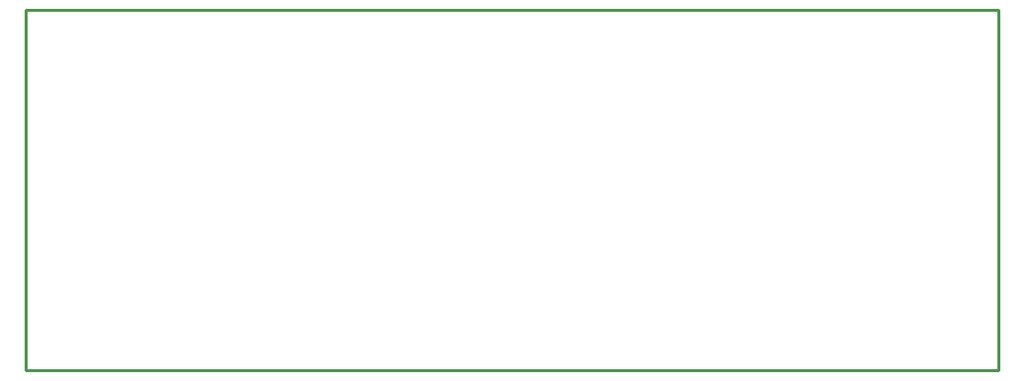
<source format=gbp>
G04*
G04 #@! TF.GenerationSoftware,Altium Limited,CircuitStudio,1.5.2 (30)*
G04*
G04 Layer_Color=16770453*
%FSLAX44Y44*%
%MOMM*%
G71*
G01*
G75*
%ADD30C,0.2540*%
D30*
X339500Y255000D02*
Y565000D01*
X1174500D01*
Y255000D02*
Y565000D01*
X339500Y255000D02*
X1174500D01*
M02*

</source>
